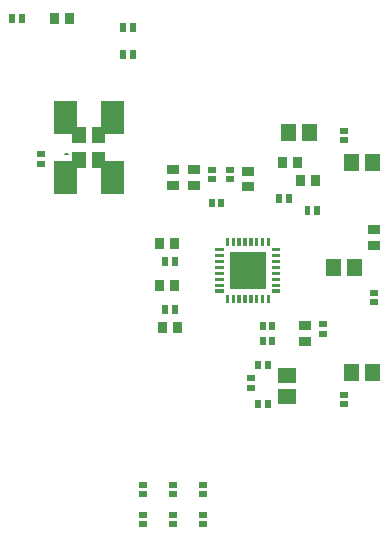
<source format=gbr>
G04 start of page 10 for group -4015 idx -4015 *
G04 Title: (unknown), toppaste *
G04 Creator: pcb 1.99z *
G04 CreationDate: Sun 31 May 2020 07:54:01 PM GMT UTC *
G04 For: mark *
G04 Format: Gerber/RS-274X *
G04 PCB-Dimensions (mil): 2200.00 2300.00 *
G04 PCB-Coordinate-Origin: lower left *
%MOIN*%
%FSLAX25Y25*%
%LNTOPPASTE*%
%ADD88R,0.0440X0.0440*%
%ADD87R,0.0787X0.0787*%
%ADD86C,0.0060*%
%ADD85C,0.0001*%
%ADD84R,0.0110X0.0110*%
%ADD83R,0.0512X0.0512*%
%ADD82R,0.0295X0.0295*%
%ADD81R,0.0197X0.0197*%
G54D81*X126574Y104393D02*Y103607D01*
X123426Y104393D02*Y103607D01*
G54D82*X127559Y98492D02*Y97508D01*
X122441Y98492D02*Y97508D01*
X126559Y126492D02*Y125508D01*
X121441Y126492D02*Y125508D01*
G54D81*X126574Y120393D02*Y119607D01*
X123426Y120393D02*Y119607D01*
G54D82*X173559Y147492D02*Y146508D01*
X168441Y147492D02*Y146508D01*
G54D83*X164457Y163393D02*Y162607D01*
X171543Y163393D02*Y162607D01*
G54D82*X150508Y145000D02*X151492D01*
X150508Y150118D02*X151492D01*
G54D81*X174000Y137393D02*Y136607D01*
X170852Y137393D02*Y136607D01*
X144607Y150574D02*X145393D01*
X144607Y147426D02*X145393D01*
X138607D02*X139393D01*
X138607Y150574D02*X139393D01*
G54D82*X132508Y150559D02*X133492D01*
X132508Y145441D02*X133492D01*
X125508Y150559D02*X126492D01*
X125508Y145441D02*X126492D01*
X192508Y125441D02*X193492D01*
X192508Y130559D02*X193492D01*
G54D81*X192607Y109574D02*X193393D01*
X192607Y106426D02*X193393D01*
G54D83*X192543Y153393D02*Y152607D01*
X185457Y153393D02*Y152607D01*
G54D82*X169508Y98559D02*X170492D01*
X169508Y93441D02*X170492D01*
G54D81*X151607Y81074D02*X152393D01*
X151607Y77926D02*X152393D01*
X157574Y72893D02*Y72107D01*
X154426Y72893D02*Y72107D01*
X75574Y201393D02*Y200607D01*
X72426Y201393D02*Y200607D01*
G54D82*X91559Y201492D02*Y200508D01*
X86441Y201492D02*Y200508D01*
X162441Y153492D02*Y152508D01*
X167559Y153492D02*Y152508D01*
G54D81*X161426Y141393D02*Y140607D01*
X164574Y141393D02*Y140607D01*
X135607Y45574D02*X136393D01*
X135607Y42426D02*X136393D01*
X135607Y35574D02*X136393D01*
X135607Y32426D02*X136393D01*
X109426Y189393D02*Y188607D01*
X112574Y189393D02*Y188607D01*
Y198393D02*Y197607D01*
X109426Y198393D02*Y197607D01*
X115607Y45574D02*X116393D01*
X115607Y42426D02*X116393D01*
X115607Y35574D02*X116393D01*
X115607Y32426D02*X116393D01*
X125607Y45574D02*X126393D01*
X125607Y42426D02*X126393D01*
X125607Y35574D02*X126393D01*
X125607Y32426D02*X126393D01*
X182607Y72426D02*X183393D01*
X182607Y75574D02*X183393D01*
G54D83*X185457Y83393D02*Y82607D01*
X192543Y83393D02*Y82607D01*
G54D81*X182607Y163574D02*X183393D01*
X182607Y160426D02*X183393D01*
G54D83*X179500Y118393D02*Y117607D01*
X186586Y118393D02*Y117607D01*
G54D81*X142074Y139893D02*Y139107D01*
X138926Y139893D02*Y139107D01*
X81707Y152526D02*X82493D01*
X81707Y155674D02*X82493D01*
G54D82*X126559Y112492D02*Y111508D01*
X121441Y112492D02*Y111508D01*
G54D81*X155926Y98893D02*Y98107D01*
X159074Y98893D02*Y98107D01*
X155926Y93893D02*Y93107D01*
X159074Y93893D02*Y93107D01*
X154426Y85893D02*Y85107D01*
X157574Y85893D02*Y85107D01*
G54D83*X163607Y74957D02*X164393D01*
X163607Y82043D02*X164393D01*
G54D81*X175607Y99074D02*X176393D01*
X175607Y95926D02*X176393D01*
G54D84*X144111Y108378D02*Y106725D01*
X146079Y108378D02*Y106725D01*
X148048Y108378D02*Y106725D01*
X150016Y108378D02*Y106725D01*
X151984Y108378D02*Y106725D01*
X153952Y108378D02*Y106725D01*
X155921Y108378D02*Y106725D01*
X157889Y108378D02*Y106725D01*
X159622Y110111D02*X161275D01*
X159622Y112079D02*X161275D01*
X159622Y114048D02*X161275D01*
X159622Y116016D02*X161275D01*
X159622Y117984D02*X161275D01*
X159622Y119952D02*X161275D01*
X159622Y121921D02*X161275D01*
X159622Y123889D02*X161275D01*
X157889Y127275D02*Y125622D01*
X155921Y127275D02*Y125622D01*
X153952Y127275D02*Y125622D01*
X151984Y127275D02*Y125622D01*
X150016Y127275D02*Y125622D01*
X148048Y127275D02*Y125622D01*
X146079Y127275D02*Y125622D01*
X144111Y127275D02*Y125622D01*
X140725Y123889D02*X142378D01*
X140725Y121921D02*X142378D01*
X140725Y119952D02*X142378D01*
X140725Y117984D02*X142378D01*
X140725Y116016D02*X142378D01*
X140725Y114048D02*X142378D01*
X140725Y112079D02*X142378D01*
X140725Y110111D02*X142378D01*
G54D85*G36*
X144898Y123102D02*Y110898D01*
X157102D01*
Y123102D01*
X144898D01*
G37*
G54D86*X90000Y155700D02*X91100D01*
G54D87*X105874Y149575D02*Y146425D01*
Y169575D02*Y166425D01*
X90126Y149575D02*Y146425D01*
Y169575D02*Y166425D01*
G54D88*X94700Y162600D02*Y161800D01*
X101300Y162600D02*Y161800D01*
X94700Y154200D02*Y153400D01*
X101300Y154200D02*Y153400D01*
M02*

</source>
